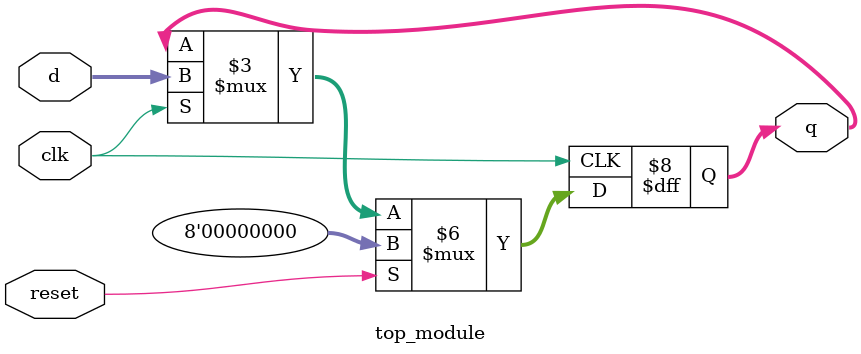
<source format=v>
/*Create 8 D flip-flops with active high synchronous reset. All DFFs should be triggered by the positive edge of clk.*/
module top_module (
    input clk,
    input reset,            // Synchronous reset
    input [7:0] d,
    output [7:0] q
);
    always @(posedge clk )begin
        if(reset)
            q<=0;
        else
            if(clk)
             q<=d;
            else
             q<=q;
    end

endmodule

</source>
